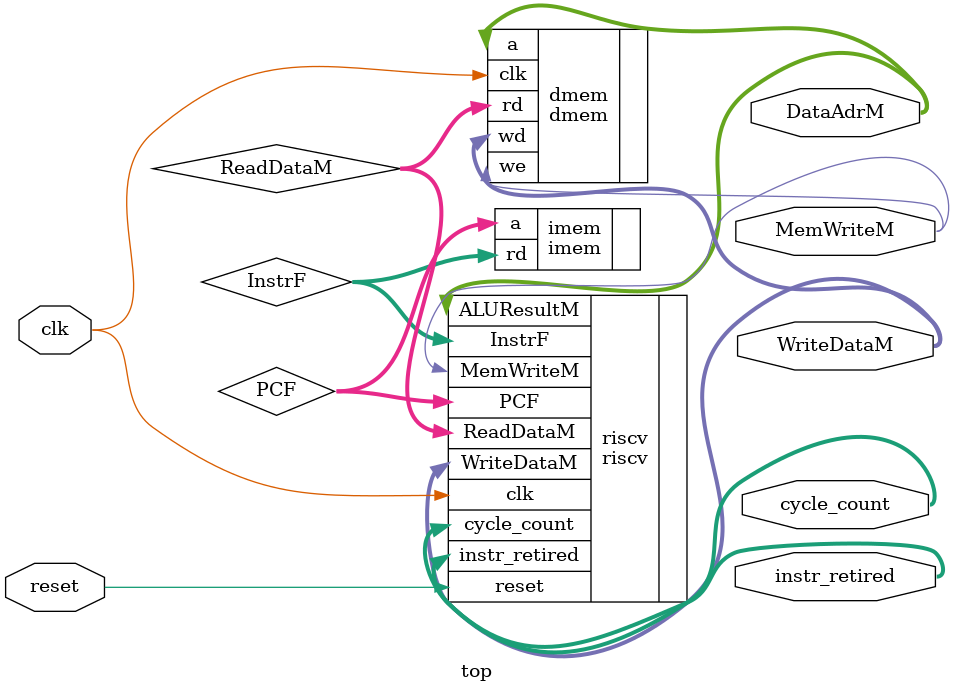
<source format=sv>
module top (
  input  logic        clk,
  input  logic        reset,
  output logic [31:0] WriteDataM,
  output logic [31:0] DataAdrM,
  output logic        MemWriteM,
  output logic [31:0] cycle_count,
  output logic [31:0] instr_retired
);

  logic [31:0] PCF, InstrF, ReadDataM;

  riscv riscv (
    .clk(clk),
    .reset(reset),
    .PCF(PCF),
    .InstrF(InstrF),
    .MemWriteM(MemWriteM),
    .ALUResultM(DataAdrM),
    .WriteDataM(WriteDataM),
    .ReadDataM(ReadDataM),
    .cycle_count(cycle_count),
    .instr_retired(instr_retired)
  );

  imem imem (
    .a (PCF),
    .rd(InstrF)
  );

  dmem dmem (
    .clk(clk),
    .we(MemWriteM),
    .a (DataAdrM),
    .wd(WriteDataM),
    .rd(ReadDataM)
  );

endmodule

</source>
